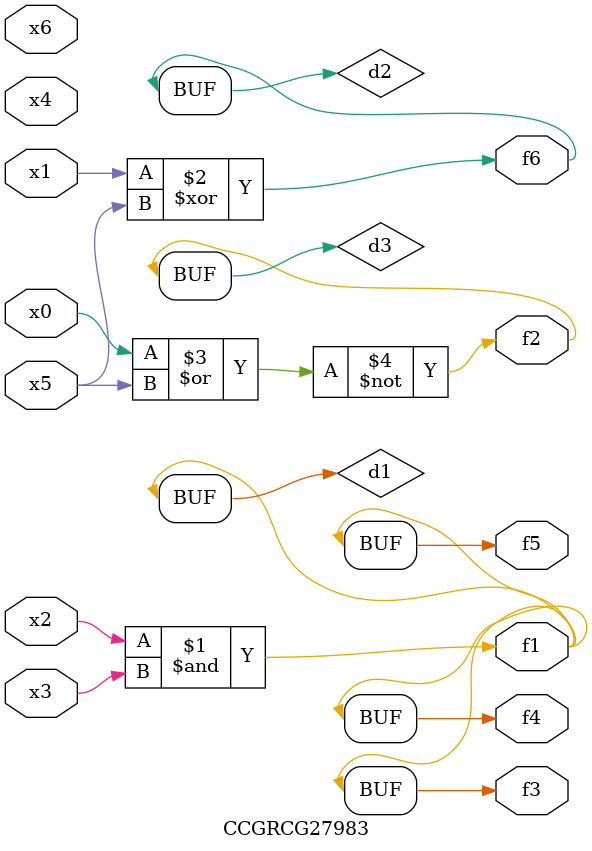
<source format=v>
module CCGRCG27983(
	input x0, x1, x2, x3, x4, x5, x6,
	output f1, f2, f3, f4, f5, f6
);

	wire d1, d2, d3;

	and (d1, x2, x3);
	xor (d2, x1, x5);
	nor (d3, x0, x5);
	assign f1 = d1;
	assign f2 = d3;
	assign f3 = d1;
	assign f4 = d1;
	assign f5 = d1;
	assign f6 = d2;
endmodule

</source>
